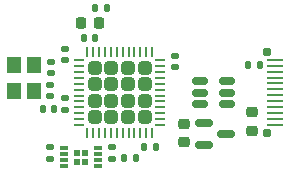
<source format=gbr>
%TF.GenerationSoftware,KiCad,Pcbnew,8.0.3*%
%TF.CreationDate,2024-07-16T16:20:45-05:00*%
%TF.ProjectId,kryptonite,6b727970-746f-46e6-9974-652e6b696361,rev?*%
%TF.SameCoordinates,PX813b7f0PY6643331*%
%TF.FileFunction,Paste,Top*%
%TF.FilePolarity,Positive*%
%FSLAX46Y46*%
G04 Gerber Fmt 4.6, Leading zero omitted, Abs format (unit mm)*
G04 Created by KiCad (PCBNEW 8.0.3) date 2024-07-16 16:20:45*
%MOMM*%
%LPD*%
G01*
G04 APERTURE LIST*
G04 Aperture macros list*
%AMRoundRect*
0 Rectangle with rounded corners*
0 $1 Rounding radius*
0 $2 $3 $4 $5 $6 $7 $8 $9 X,Y pos of 4 corners*
0 Add a 4 corners polygon primitive as box body*
4,1,4,$2,$3,$4,$5,$6,$7,$8,$9,$2,$3,0*
0 Add four circle primitives for the rounded corners*
1,1,$1+$1,$2,$3*
1,1,$1+$1,$4,$5*
1,1,$1+$1,$6,$7*
1,1,$1+$1,$8,$9*
0 Add four rect primitives between the rounded corners*
20,1,$1+$1,$2,$3,$4,$5,0*
20,1,$1+$1,$4,$5,$6,$7,0*
20,1,$1+$1,$6,$7,$8,$9,0*
20,1,$1+$1,$8,$9,$2,$3,0*%
G04 Aperture macros list end*
%ADD10RoundRect,0.250000X-0.315000X-0.315000X0.315000X-0.315000X0.315000X0.315000X-0.315000X0.315000X0*%
%ADD11RoundRect,0.062500X-0.375000X-0.062500X0.375000X-0.062500X0.375000X0.062500X-0.375000X0.062500X0*%
%ADD12RoundRect,0.062500X-0.062500X-0.375000X0.062500X-0.375000X0.062500X0.375000X-0.062500X0.375000X0*%
%ADD13RoundRect,0.225000X0.250000X-0.225000X0.250000X0.225000X-0.250000X0.225000X-0.250000X-0.225000X0*%
%ADD14RoundRect,0.140000X0.140000X0.170000X-0.140000X0.170000X-0.140000X-0.170000X0.140000X-0.170000X0*%
%ADD15RoundRect,0.140000X0.170000X-0.140000X0.170000X0.140000X-0.170000X0.140000X-0.170000X-0.140000X0*%
%ADD16RoundRect,0.135000X-0.185000X0.135000X-0.185000X-0.135000X0.185000X-0.135000X0.185000X0.135000X0*%
%ADD17R,1.200000X1.400000*%
%ADD18RoundRect,0.140000X-0.170000X0.140000X-0.170000X-0.140000X0.170000X-0.140000X0.170000X0.140000X0*%
%ADD19RoundRect,0.135000X-0.135000X-0.185000X0.135000X-0.185000X0.135000X0.185000X-0.135000X0.185000X0*%
%ADD20RoundRect,0.135000X0.135000X0.185000X-0.135000X0.185000X-0.135000X-0.185000X0.135000X-0.185000X0*%
%ADD21RoundRect,0.140000X-0.140000X-0.170000X0.140000X-0.170000X0.140000X0.170000X-0.140000X0.170000X0*%
%ADD22R,0.500000X0.600000*%
%ADD23R,0.750000X0.300000*%
%ADD24RoundRect,0.225000X-0.250000X0.225000X-0.250000X-0.225000X0.250000X-0.225000X0.250000X0.225000X0*%
%ADD25RoundRect,0.112000X0.238000X-0.238000X0.238000X0.238000X-0.238000X0.238000X-0.238000X-0.238000X0*%
%ADD26RoundRect,0.055000X0.595000X-0.055000X0.595000X0.055000X-0.595000X0.055000X-0.595000X-0.055000X0*%
%ADD27RoundRect,0.062500X0.587500X-0.062500X0.587500X0.062500X-0.587500X0.062500X-0.587500X-0.062500X0*%
%ADD28RoundRect,0.150000X-0.587500X-0.150000X0.587500X-0.150000X0.587500X0.150000X-0.587500X0.150000X0*%
%ADD29RoundRect,0.150000X0.512500X0.150000X-0.512500X0.150000X-0.512500X-0.150000X0.512500X-0.150000X0*%
%ADD30RoundRect,0.225000X-0.225000X-0.250000X0.225000X-0.250000X0.225000X0.250000X-0.225000X0.250000X0*%
G04 APERTURE END LIST*
D10*
%TO.C,U1*%
X9462500Y10640001D03*
X9462500Y9240001D03*
X9462500Y7840001D03*
X9462500Y6440001D03*
X10862500Y10640001D03*
X10862500Y9240001D03*
X10862500Y7840001D03*
X10862500Y6440001D03*
X12262500Y10640001D03*
X12262500Y9240001D03*
X12262500Y7840001D03*
X12262500Y6440001D03*
X13662500Y10640001D03*
X13662500Y9240001D03*
X13662500Y7840001D03*
X13662500Y6440001D03*
D11*
X8125000Y11290001D03*
X8125000Y10790001D03*
X8125000Y10290001D03*
X8125000Y9790001D03*
X8125000Y9290001D03*
X8125000Y8790001D03*
X8125000Y8290001D03*
X8125000Y7790001D03*
X8125000Y7290001D03*
X8125000Y6790001D03*
X8125000Y6290001D03*
X8125000Y5790001D03*
D12*
X8812500Y5102501D03*
X9312500Y5102501D03*
X9812500Y5102501D03*
X10312500Y5102501D03*
X10812500Y5102501D03*
X11312500Y5102501D03*
X11812500Y5102501D03*
X12312500Y5102501D03*
X12812500Y5102501D03*
X13312500Y5102501D03*
X13812500Y5102501D03*
X14312500Y5102501D03*
D11*
X15000000Y5790001D03*
X15000000Y6290001D03*
X15000000Y6790001D03*
X15000000Y7290001D03*
X15000000Y7790001D03*
X15000000Y8290001D03*
X15000000Y8790001D03*
X15000000Y9290001D03*
X15000000Y9790001D03*
X15000000Y10290001D03*
X15000000Y10790001D03*
X15000000Y11290001D03*
D12*
X14312500Y11977501D03*
X13812500Y11977501D03*
X13312500Y11977501D03*
X12812500Y11977501D03*
X12312500Y11977501D03*
X11812500Y11977501D03*
X11312500Y11977501D03*
X10812500Y11977501D03*
X10312500Y11977501D03*
X9812500Y11977501D03*
X9312500Y11977501D03*
X8812500Y11977501D03*
%TD*%
D13*
%TO.C,C12*%
X16985000Y4365001D03*
X16985000Y5915001D03*
%TD*%
D14*
%TO.C,C4*%
X14600000Y3890001D03*
X13640000Y3890001D03*
%TD*%
D15*
%TO.C,C2*%
X6960000Y11290001D03*
X6960000Y12250001D03*
%TD*%
D16*
%TO.C,R3*%
X10880000Y3970001D03*
X10880000Y2950001D03*
%TD*%
D17*
%TO.C,Y1*%
X2610000Y10860001D03*
X2610000Y8660001D03*
X4310000Y8660001D03*
X4310000Y10860001D03*
%TD*%
D18*
%TO.C,C10*%
X5660000Y3890001D03*
X5660000Y2930001D03*
%TD*%
D19*
%TO.C,R4*%
X22407500Y10870001D03*
X23427500Y10870001D03*
%TD*%
D20*
%TO.C,R2*%
X12940000Y2960001D03*
X11920000Y2960001D03*
%TD*%
D21*
%TO.C,C7*%
X5030000Y7150001D03*
X5990000Y7150001D03*
%TD*%
D22*
%TO.C,U2*%
X7955000Y3435001D03*
X7955000Y2685001D03*
X8605000Y3435001D03*
X8605000Y2685001D03*
D23*
X6830000Y3810001D03*
X6830000Y3310001D03*
X6830000Y2810001D03*
X6830000Y2310001D03*
X9730000Y2310001D03*
X9730000Y2810001D03*
X9730000Y3310001D03*
X9730000Y3810001D03*
%TD*%
D24*
%TO.C,C11*%
X22800000Y6875001D03*
X22800000Y5325001D03*
%TD*%
D25*
%TO.C,P1*%
X24037500Y5135001D03*
D26*
X24687500Y11310001D03*
D25*
X24037500Y11985001D03*
D27*
X24687500Y10810001D03*
X24687500Y10310001D03*
X24687500Y9810001D03*
X24687500Y9310001D03*
X24687500Y8810001D03*
X24687500Y8310001D03*
X24687500Y7810001D03*
X24687500Y7310001D03*
X24687500Y6810001D03*
X24687500Y6310001D03*
D26*
X24687500Y5810001D03*
%TD*%
D28*
%TO.C,U3*%
X18710000Y5990001D03*
X18710000Y4090001D03*
X20585000Y5040001D03*
%TD*%
D15*
%TO.C,C8*%
X5710000Y10180001D03*
X5710000Y11140001D03*
%TD*%
D19*
%TO.C,R1*%
X9500000Y15690001D03*
X10520000Y15690001D03*
%TD*%
D18*
%TO.C,C5*%
X16210000Y11670001D03*
X16210000Y10710001D03*
%TD*%
D15*
%TO.C,C3*%
X6970000Y7090001D03*
X6970000Y8050001D03*
%TD*%
%TO.C,C9*%
X5690000Y8260001D03*
X5690000Y9220001D03*
%TD*%
D29*
%TO.C,U4*%
X20647500Y7590001D03*
X20647500Y8540001D03*
X20647500Y9490001D03*
X18372500Y9490001D03*
X18372500Y8540001D03*
X18372500Y7590001D03*
%TD*%
D30*
%TO.C,C1*%
X8250000Y14450001D03*
X9800000Y14450001D03*
%TD*%
D21*
%TO.C,C6*%
X8540000Y13180001D03*
X9500000Y13180001D03*
%TD*%
M02*

</source>
